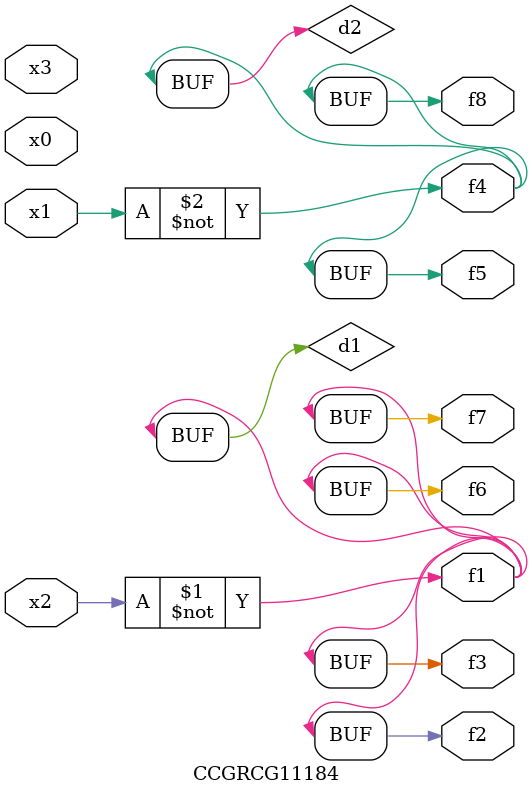
<source format=v>
module CCGRCG11184(
	input x0, x1, x2, x3,
	output f1, f2, f3, f4, f5, f6, f7, f8
);

	wire d1, d2;

	xnor (d1, x2);
	not (d2, x1);
	assign f1 = d1;
	assign f2 = d1;
	assign f3 = d1;
	assign f4 = d2;
	assign f5 = d2;
	assign f6 = d1;
	assign f7 = d1;
	assign f8 = d2;
endmodule

</source>
